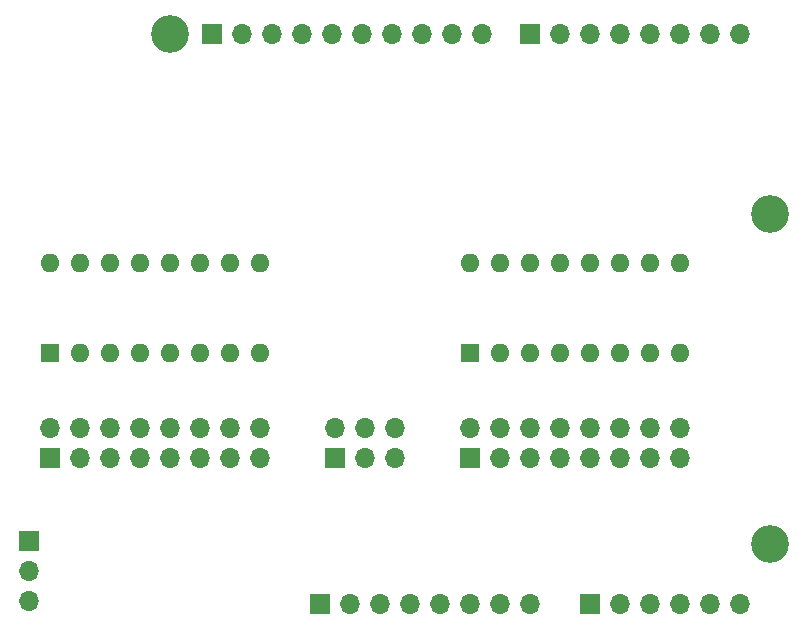
<source format=gbr>
%TF.GenerationSoftware,KiCad,Pcbnew,9.0.6*%
%TF.CreationDate,2026-01-18T16:02:07+09:00*%
%TF.ProjectId,mcp23017_testboard_arduino,6d637032-3330-4313-975f-74657374626f,rev?*%
%TF.SameCoordinates,Original*%
%TF.FileFunction,Soldermask,Bot*%
%TF.FilePolarity,Negative*%
%FSLAX46Y46*%
G04 Gerber Fmt 4.6, Leading zero omitted, Abs format (unit mm)*
G04 Created by KiCad (PCBNEW 9.0.6) date 2026-01-18 16:02:07*
%MOMM*%
%LPD*%
G01*
G04 APERTURE LIST*
%ADD10R,1.700000X1.700000*%
%ADD11O,1.700000X1.700000*%
%ADD12R,1.600000X1.600000*%
%ADD13O,1.600000X1.600000*%
%ADD14C,3.200000*%
G04 APERTURE END LIST*
D10*
%TO.C,J1*%
X127940000Y-97460000D03*
D11*
X130480000Y-97460000D03*
X133020000Y-97460000D03*
X135560000Y-97460000D03*
X138100000Y-97460000D03*
X140640000Y-97460000D03*
X143180000Y-97460000D03*
X145720000Y-97460000D03*
%TD*%
D10*
%TO.C,J3*%
X150800000Y-97460000D03*
D11*
X153340000Y-97460000D03*
X155880000Y-97460000D03*
X158420000Y-97460000D03*
X160960000Y-97460000D03*
X163500000Y-97460000D03*
%TD*%
D10*
%TO.C,J2*%
X118796000Y-49200000D03*
D11*
X121336000Y-49200000D03*
X123876000Y-49200000D03*
X126416000Y-49200000D03*
X128956000Y-49200000D03*
X131496000Y-49200000D03*
X134036000Y-49200000D03*
X136576000Y-49200000D03*
X139116000Y-49200000D03*
X141656000Y-49200000D03*
%TD*%
D10*
%TO.C,J4*%
X145720000Y-49200000D03*
D11*
X148260000Y-49200000D03*
X150800000Y-49200000D03*
X153340000Y-49200000D03*
X155880000Y-49200000D03*
X158420000Y-49200000D03*
X160960000Y-49200000D03*
X163500000Y-49200000D03*
%TD*%
D10*
%TO.C,J5*%
X129210000Y-85090000D03*
D11*
X129210000Y-82550000D03*
X131750000Y-85090000D03*
X131750000Y-82550000D03*
X134290000Y-85090000D03*
X134290000Y-82550000D03*
%TD*%
D12*
%TO.C,SW1*%
X140640000Y-76200000D03*
D13*
X143180000Y-76200000D03*
X145720000Y-76200000D03*
X148260000Y-76200000D03*
X150800000Y-76200000D03*
X153340000Y-76200000D03*
X155880000Y-76200000D03*
X158420000Y-76200000D03*
X158420000Y-68580000D03*
X155880000Y-68580000D03*
X153340000Y-68580000D03*
X150800000Y-68580000D03*
X148260000Y-68580000D03*
X145720000Y-68580000D03*
X143180000Y-68580000D03*
X140640000Y-68580000D03*
%TD*%
D14*
%TO.C,MH1*%
X115240000Y-49200000D03*
%TD*%
D10*
%TO.C,J8*%
X103302000Y-92090000D03*
D11*
X103302000Y-94630000D03*
X103302000Y-97170000D03*
%TD*%
D10*
%TO.C,J7*%
X105080000Y-85090000D03*
D11*
X105080000Y-82550000D03*
X107620000Y-85090000D03*
X107620000Y-82550000D03*
X110160000Y-85090000D03*
X110160000Y-82550000D03*
X112700000Y-85090000D03*
X112700000Y-82550000D03*
X115240000Y-85090000D03*
X115240000Y-82550000D03*
X117780000Y-85090000D03*
X117780000Y-82550000D03*
X120320000Y-85090000D03*
X120320000Y-82550000D03*
X122860000Y-85090000D03*
X122860000Y-82550000D03*
%TD*%
D10*
%TO.C,J6*%
X140640000Y-85090000D03*
D11*
X140640000Y-82550000D03*
X143180000Y-85090000D03*
X143180000Y-82550000D03*
X145720000Y-85090000D03*
X145720000Y-82550000D03*
X148260000Y-85090000D03*
X148260000Y-82550000D03*
X150800000Y-85090000D03*
X150800000Y-82550000D03*
X153340000Y-85090000D03*
X153340000Y-82550000D03*
X155880000Y-85090000D03*
X155880000Y-82550000D03*
X158420000Y-85090000D03*
X158420000Y-82550000D03*
%TD*%
D12*
%TO.C,SW2*%
X105080000Y-76200000D03*
D13*
X107620000Y-76200000D03*
X110160000Y-76200000D03*
X112700000Y-76200000D03*
X115240000Y-76200000D03*
X117780000Y-76200000D03*
X120320000Y-76200000D03*
X122860000Y-76200000D03*
X122860000Y-68580000D03*
X120320000Y-68580000D03*
X117780000Y-68580000D03*
X115240000Y-68580000D03*
X112700000Y-68580000D03*
X110160000Y-68580000D03*
X107620000Y-68580000D03*
X105080000Y-68580000D03*
%TD*%
D14*
%TO.C,MH3*%
X166040000Y-64440000D03*
%TD*%
%TO.C,MH4*%
X166040000Y-92380000D03*
%TD*%
M02*

</source>
